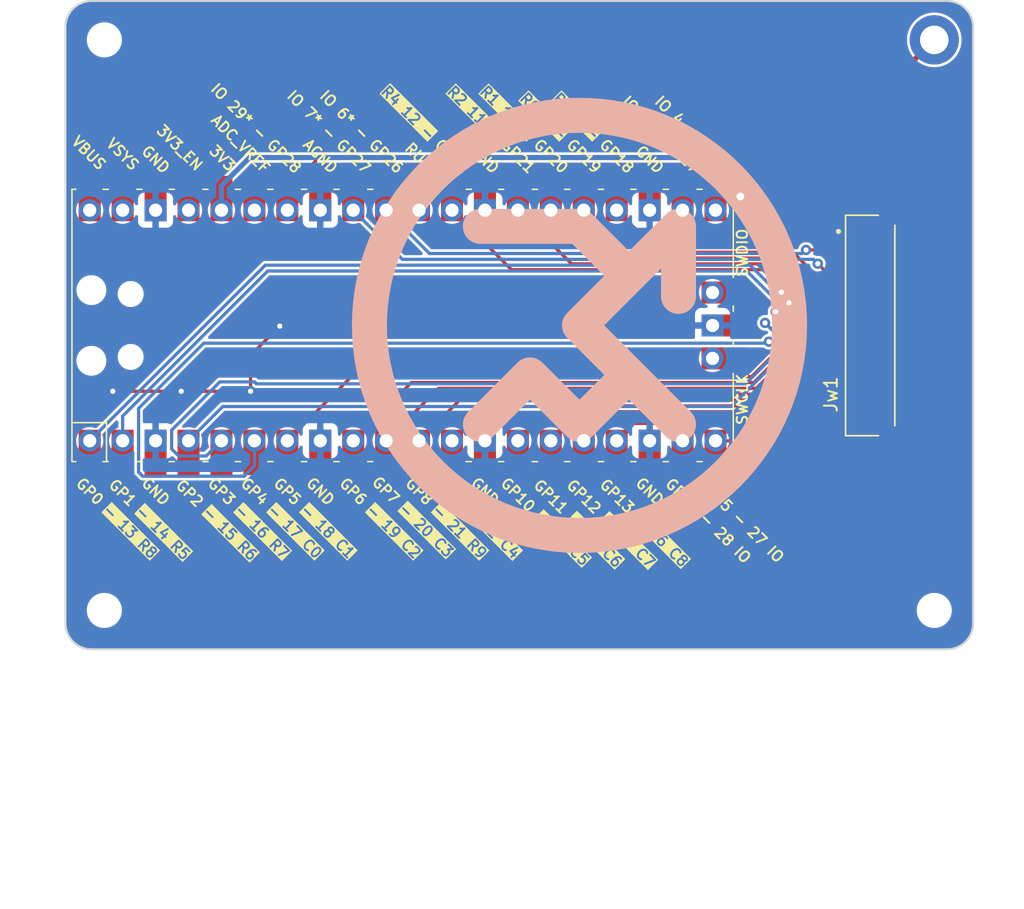
<source format=kicad_pcb>
(kicad_pcb (version 20221018) (generator pcbnew)
  (layers (0 "F.Cu" signal) (31 "B.Cu" signal) (34 "B.Paste" user) (35 "F.Paste" user) (36 "B.SilkS" user "B.Silkscreen") (37 "F.SilkS" user "F.Silkscreen") (38 "B.Mask" user) (39 "F.Mask" user) (44 "Edge.Cuts" user))
  (net 0 "")
  (net 1 "GND")
  (net 2 "/GPIO16")
  (net 3 "/GPIO17")
  (net 4 "/GPIO26_ADC0")
  (net 5 "/GPIO27_ADC1")
  (net 6 "/GPIO18")
  (net 7 "/GPIO19")
  (net 8 "/GPIO20")
  (net 9 "/GPIO21")
  (net 10 "/GPIO22")
  (net 11 "/GPIO0")
  (net 12 "/GPIO1")
  (net 13 "/GPIO2")
  (net 14 "/GPIO3")
  (net 15 "/GPIO4")
  (net 16 "/GPIO5")
  (net 17 "/GPIO6")
  (net 18 "/GPIO7")
  (net 19 "/GPIO8")
  (net 20 "/GPIO9")
  (net 21 "/GPIO10")
  (net 22 "/GPIO11")
  (net 23 "/GPIO12")
  (net 24 "/GPIO13")
  (net 25 "/GPIO15")
  (net 26 "/GPIO14")
  (net 27 "/GPIO28_ADC2")
  (net 29 "SHIELD")
  (net 30 "B_VEXT")
  (footprint "MountingHole:MountingHole_2.2mm_M2_DIN965" (layer "F.Cu") (at 18 61.75)
    (fp_text reference "H2" hide)
    (fp_text value "MountingHole")
  )
  (footprint "MountingHole:MountingHole_2.2mm_M2_DIN965" (layer "F.Cu") (at 18 17.75)
    (fp_text reference "H3" hide)
    (fp_text value "MountingHole")
  )
  (footprint "RPi_Pico:RPi_Pico_SMD_TH" (layer "F.Cu") (at 41 39.775 90)
    (fp_text reference "U5" hide)
    (fp_text value "Pico")
  )
  (footprint "MountingHole:MountingHole_2.2mm_M2_DIN965" (layer "F.Cu") (at 82 61.75)
    (fp_text reference "H4" hide)
    (fp_text value "MountingHole")
  )
  (footprint "FH34SRJ-30S-05:HRS_FH34SRJ-30S-0.5SH(50)" (layer "F.Cu") (at 75.9125 39.775 90)
    (fp_text reference "Jw1")
    (fp_text value "FH34SRJ-30S-0.5SH(50)")
  )
  (footprint "MountingHole:MountingHole_2.2mm_M2_DIN965_Pad_TopBottom" (layer "F.Cu") (at 82 17.75)
    (fp_text reference "H1" hide)
    (fp_text value "MountingHole_Pad")
  )
  (gr_poly (pts (xy 63.623413 32.029732) (xy 63.612114 31.929639) (xy 63.593557 31.831479) (xy 63.567967 31.735589) (xy 63.535567 31.642305) (xy 63.496583 31.551963) (xy 63.45124 31.4649) (xy 63.399761 31.381452) (xy 63.342373 31.301956) (xy 63.279298 31.226747) (xy 63.210763 31.156161) (xy 63.136991 31.090536) (xy 63.058208 31.030207) (xy 62.974637 30.975511) (xy 62.886504 30.926784) (xy 62.794033 30.884362) (xy 62.698598 30.848951) (xy 62.601779 30.821068) (xy 62.503972 30.800634) (xy 62.405572 30.787569) (xy 62.306975 30.781794) (xy 62.208577 30.78323) (xy 62.110775 30.791798) (xy 62.013964 30.807419) (xy 61.918539 30.830013) (xy 61.824897 30.859502) (xy 61.733434 30.895807) (xy 61.644546 30.938847) (xy 61.558628 30.988544) (xy 61.476077 31.04482) (xy 61.397288 31.107593) (xy 61.322658 31.176787) (xy 58.458967 34.04071) (xy 55.595275 31.176787) (xy 55.546733 31.130634) (xy 55.496192 31.087127) (xy 55.443762 31.046312) (xy 55.389555 31.008235) (xy 55.333679 30.972941) (xy 55.276248 30.940476) (xy 55.217369 30.910886) (xy 55.157156 30.884217) (xy 55.095717 30.860514) (xy 55.033163 30.839823) (xy 54.969606 30.822189) (xy 54.905155 30.80766) (xy 54.839922 30.796279) (xy 54.774016 30.788094) (xy 54.707549 30.783149) (xy 54.640631 30.78149) (xy 46.995154 30.78149) (xy 46.925726 30.783248) (xy 46.857203 30.788465) (xy 46.789672 30.797056) (xy 46.723216 30.808935) (xy 46.657921 30.824018) (xy 46.593872 30.84222) (xy 46.531155 30.863456) (xy 46.469854 30.88764) (xy 46.410055 30.914687) (xy 46.351842 30.944513) (xy 46.295302 30.977032) (xy 46.240519 31.012159) (xy 46.187578 31.04981) (xy 46.136564 31.089898) (xy 46.087563 31.13234) (xy 46.04066 31.17705) (xy 45.995939 31.223942) (xy 45.953487 31.272932) (xy 45.913388 31.323935) (xy 45.875727 31.376866) (xy 45.84059 31.431639) (xy 45.808061 31.48817) (xy 45.778226 31.546373) (xy 45.751171 31.606163) (xy 45.726979 31.667456) (xy 45.705737 31.730166) (xy 45.687529 31.794208) (xy 45.67244 31.859497) (xy 45.660556 31.925948) (xy 45.651963 31.993477) (xy 45.646744 32.061997) (xy 45.644986 32.131423) (xy 45.646744 32.200852) (xy 45.651963 32.269375) (xy 45.660556 32.336907) (xy 45.67244 32.403364) (xy 45.687529 32.468659) (xy 45.705737 32.532708) (xy 45.726979 32.595426) (xy 45.751171 32.656728) (xy 45.778226 32.716527) (xy 45.808061 32.77474) (xy 45.84059 32.831281) (xy 45.875727 32.886065) (xy 45.913388 32.939006) (xy 45.953487 32.99002) (xy 45.995939 33.039021) (xy 46.04066 33.085925) (xy 46.087563 33.130646) (xy 46.136564 33.173098) (xy 46.187578 33.213198) (xy 46.240519 33.250859) (xy 46.295302 33.285996) (xy 46.351842 33.318525) (xy 46.410055 33.34836) (xy 46.469854 33.375416) (xy 46.531155 33.399608) (xy 46.593872 33.42085) (xy 46.657921 33.439059) (xy 46.723216 33.454147) (xy 46.789672 33.466031) (xy 46.857203 33.474625) (xy 46.925726 33.479843) (xy 46.995154 33.481602) (xy 54.081275 33.481602) (xy 56.549678 35.949765) (xy 53.685991 38.813689) (xy 53.638109 38.864055) (xy 53.593317 38.916219) (xy 53.551614 38.970061) (xy 53.513 39.025463) (xy 53.477475 39.082303) (xy 53.445039 39.140462) (xy 53.415693 39.19982) (xy 53.389435 39.260258) (xy 53.366267 39.321654) (xy 53.346187 39.38389) (xy 53.329197 39.446845) (xy 53.315296 39.5104) (xy 53.304484 39.574434) (xy 53.296762 39.638828) (xy 53.292128 39.703462) (xy 53.290583 39.768216) (xy 53.292128 39.832969) (xy 53.296762 39.897603) (xy 53.304484 39.961997) (xy 53.315296 40.026031) (xy 53.329197 40.089586) (xy 53.346187 40.152541) (xy 53.366267 40.214776) (xy 53.389435 40.276172) (xy 53.415693 40.336609) (xy 53.445039 40.395967) (xy 53.477475 40.454126) (xy 53.513 40.510966) (xy 53.551614 40.566367) (xy 53.593317 40.620209) (xy 53.638109 40.672372) (xy 53.685991 40.722737) (xy 56.549678 43.586668) (xy 54.640631 45.495716) (xy 51.776704 42.632024) (xy 51.726339 42.584142) (xy 51.674175 42.539351) (xy 51.620333 42.497648) (xy 51.564932 42.459034) (xy 51.508092 42.423509) (xy 51.449933 42.391074) (xy 51.390574 42.361727) (xy 51.330137 42.33547) (xy 51.268741 42.312302) (xy 51.206505 42.292223) (xy 51.14355 42.275232) (xy 51.079995 42.261332) (xy 51.015961 42.25052) (xy 50.951567 42.242797) (xy 50.886933 42.238163) (xy 50.822179 42.236619) (xy 50.757425 42.238163) (xy 50.692791 42.242797) (xy 50.628397 42.25052) (xy 50.564363 42.261332) (xy 50.500808 42.275232) (xy 50.437853 42.292223) (xy 50.375618 42.312302) (xy 50.314221 42.33547) (xy 50.253784 42.361727) (xy 50.194426 42.391074) (xy 50.136268 42.423509) (xy 50.079428 42.459034) (xy 50.024027 42.497648) (xy 49.970185 42.539351) (xy 49.918021 42.584142) (xy 49.867656 42.632024) (xy 46.049322 46.450359) (xy 46.001462 46.500705) (xy 45.95669 46.552854) (xy 45.915005 46.606687) (xy 45.876408 46.662083) (xy 45.840899 46.718923) (xy 45.808478 46.777085) (xy 45.779144 46.836449) (xy 45.752899 46.896896) (xy 45.729741 46.958305) (xy 45.70967 47.020556) (xy 45.692688 47.083528) (xy 45.678793 47.147101) (xy 45.667986 47.211156) (xy 45.660266 47.275571) (xy 45.655635 47.340227) (xy 45.654091 47.405002) (xy 45.655635 47.469778) (xy 45.660266 47.534434) (xy 45.667986 47.598849) (xy 45.678793 47.662904) (xy 45.692688 47.726477) (xy 45.70967 47.789449) (xy 45.729741 47.8517) (xy 45.752899 47.913109) (xy 45.779144 47.973555) (xy 45.808478 48.03292) (xy 45.840899 48.091082) (xy 45.876408 48.147921) (xy 45.915005 48.203318) (xy 45.95669 48.257151) (xy 46.001462 48.3093) (xy 46.049322 48.359646) (xy 46.099646 48.407484) (xy 46.151777 48.452236) (xy 46.205594 48.493902) (xy 46.260977 48.532481) (xy 46.317805 48.567974) (xy 46.375957 48.60038) (xy 46.435314 48.6297) (xy 46.495754 48.655934) (xy 46.557158 48.679082) (xy 46.619405 48.699143) (xy 46.682375 48.716118) (xy 46.745947 48.730006) (xy 46.81 48.740808) (xy 46.874415 48.748524) (xy 46.93907 48.753154) (xy 47.003846 48.754697) (xy 47.068622 48.753154) (xy 47.133278 48.748524) (xy 47.197692 48.740808) (xy 47.261746 48.730006) (xy 47.325317 48.716118) (xy 47.388287 48.699143) (xy 47.450534 48.679082) (xy 47.511938 48.655934) (xy 47.572378 48.6297) (xy 47.631734 48.60038) (xy 47.689887 48.567974) (xy 47.746714 48.532481) (xy 47.802096 48.493902) (xy 47.855913 48.452236) (xy 47.908044 48.407484) (xy 47.958368 48.359646) (xy 50.8223 45.495716) (xy 53.685991 48.359646) (xy 53.736356 48.407527) (xy 53.788522 48.452319) (xy 53.842367 48.494022) (xy 53.897772 48.532636) (xy 53.954618 48.56816) (xy 54.012783 48.600596) (xy 54.072148 48.629942) (xy 54.132593 48.6562) (xy 54.193998 48.679368) (xy 54.256243 48.699447) (xy 54.319208 48.716437) (xy 54.382772 48.730338) (xy 54.446817 48.74115) (xy 54.511222 48.748873) (xy 54.575867 48.753506) (xy 54.640632 48.755051) (xy 54.705397 48.753506) (xy 54.770041 48.748873) (xy 54.834446 48.74115) (xy 54.898491 48.730338) (xy 54.962056 48.716437) (xy 55.025021 48.699447) (xy 55.087266 48.679368) (xy 55.148671 48.6562) (xy 55.209117 48.629942) (xy 55.268482 48.600596) (xy 55.326647 48.56816) (xy 55.383493 48.532636) (xy 55.438898 48.494022) (xy 55.492744 48.452319) (xy 55.54491 48.407527) (xy 55.595275 48.359646) (xy 58.458967 45.495716) (xy 61.322658 48.359646) (xy 61.373003 48.407484) (xy 61.425152 48.452236) (xy 61.478985 48.493902) (xy 61.534381 48.532481) (xy 61.591221 48.567974) (xy 61.649383 48.60038) (xy 61.708747 48.6297) (xy 61.769194 48.655934) (xy 61.830603 48.679082) (xy 61.892854 48.699143) (xy 61.955826 48.716118) (xy 62.0194 48.730006) (xy 62.083454 48.740808) (xy 62.147869 48.748524) (xy 62.212525 48.753154) (xy 62.277301 48.754697) (xy 62.342078 48.753154) (xy 62.406733 48.748524) (xy 62.471149 48.740808) (xy 62.535203 48.730006) (xy 62.598777 48.716118) (xy 62.661749 48.699143) (xy 62.724 48.679082) (xy 62.785409 48.655934) (xy 62.845856 48.6297) (xy 62.90522 48.60038) (xy 62.963382 48.567974) (xy 63.020222 48.532481) (xy 63.075618 48.493902) (xy 63.12945 48.452236) (xy 63.1816 48.407484) (xy 63.231945 48.359646) (xy 63.279783 48.3093) (xy 63.324534 48.257151) (xy 63.3662 48.203318) (xy 63.404778 48.147921) (xy 63.440271 48.091082) (xy 63.472677 48.03292) (xy 63.501997 47.973555) (xy 63.528231 47.913109) (xy 63.551378 47.8517) (xy 63.571439 47.789449) (xy 63.588414 47.726477) (xy 63.602302 47.662904) (xy 63.613104 47.598849) (xy 63.62082 47.534434) (xy 63.625449 47.469778) (xy 63.626993 47.405002) (xy 63.625449 47.340227) (xy 63.62082 47.275571) (xy 63.613104 47.211156) (xy 63.602302 47.147101) (xy 63.588414 47.083528) (xy 63.571439 47.020556) (xy 63.551378 46.958305) (xy 63.528231 46.896896) (xy 63.501997 46.836449) (xy 63.472677 46.777085) (xy 63.440271 46.718923) (xy 63.404778 46.662083) (xy 63.3662 46.606687) (xy 63.324534 46.552854) (xy 63.279783 46.500705) (xy 63.231945 46.450359) (xy 56.549678 39.768332) (xy 60.92737 35.390643) (xy 60.92737 37.531384) (xy 60.929127 37.600812) (xy 60.934344 37.669335) (xy 60.942935 37.736868) (xy 60.954814 37.803324) (xy 60.969897 37.868619) (xy 60.988099 37.932668) (xy 61.009334 37.995386) (xy 61.033518 38.056687) (xy 61.060565 38.116486) (xy 61.090391 38.174699) (xy 61.12291 38.23124) (xy 61.158037 38.286023) (xy 61.195687 38.338964) (xy 61.235775 38.389978) (xy 61.278217 38.438979) (xy 61.322926 38.485882) (xy 61.369818 38.530602) (xy 61.418808 38.573055) (xy 61.469811 38.613154) (xy 61.522742 38.650815) (xy 61.577515 38.685952) (xy 61.634045 38.71848) (xy 61.692248 38.748315) (xy 61.752039 38.775371) (xy 61.813332 38.799562) (xy 61.876042 38.820805) (xy 61.940084 38.839013) (xy 62.005374 38.854101) (xy 62.071825 38.865985) (xy 62.139354 38.874578) (xy 62.207874 38.879797) (xy 62.277302 38.881555) (xy 62.346729 38.879797) (xy 62.41525 38.874578) (xy 62.482778 38.865985) (xy 62.549229 38.854101) (xy 62.614519 38.839013) (xy 62.678561 38.820805) (xy 62.741271 38.799562) (xy 62.802564 38.775371) (xy 62.862354 38.748315) (xy 62.920557 38.71848) (xy 62.977088 38.685952) (xy 63.03186 38.650815) (xy 63.084791 38.613154) (xy 63.135793 38.573055) (xy 63.184783 38.530602) (xy 63.231675 38.485882) (xy 63.276384 38.438979) (xy 63.318826 38.389978) (xy 63.358914 38.338964) (xy 63.396564 38.286023) (xy 63.431691 38.23124) (xy 63.46421 38.174699) (xy 63.494035 38.116486) (xy 63.521082 38.056687) (xy 63.545266 37.995386) (xy 63.566501 37.932668) (xy 63.584702 37.868619) (xy 63.599785 37.803324) (xy 63.611665 37.736868) (xy 63.620255 37.669335) (xy 63.625472 37.600812) (xy 63.62723 37.531384) (xy 63.62723 32.131423)) (fill solid) (layer "B.SilkS"))
  (gr_poly (pts (xy 72.167827 38.865774) (xy 72.1 37.975) (xy 71.988307 37.097116) (xy 71.833855 36.233229) (xy 71.637749 35.384444) (xy 71.401097 34.551869) (xy 71.125004 33.736608) (xy 70.810577 32.93977) (xy 70.458922 32.162458) (xy 70.071146 31.405781) (xy 69.648355 30.670844) (xy 69.191655 29.958753) (xy 68.702153 29.270615) (xy 68.180955 28.607536) (xy 67.629168 27.970622) (xy 67.047897 27.360979) (xy 66.438249 26.779714) (xy 65.801331 26.227932) (xy 65.138249 25.706741) (xy 64.450109 25.217245) (xy 63.738017 24.760553) (xy 63.00308 24.337768) (xy 62.246405 23.949999) (xy 61.469097 23.598351) (xy 60.672263 23.283931) (xy 59.857009 23.007844) (xy 59.024442 22.771197) (xy 58.175669 22.575096) (xy 57.311794 22.420647) (xy 56.433925 22.308957) (xy 55.543169 22.241132) (xy 54.640631 22.218277) (xy 53.738072 22.241132) (xy 52.847298 22.308957) (xy 51.969414 22.420647) (xy 51.105526 22.575096) (xy 50.256742 22.771197) (xy 49.424166 23.007844) (xy 48.608906 23.283931) (xy 47.812067 23.598351) (xy 47.034756 23.949999) (xy 46.278079 24.337768) (xy 45.543142 24.760553) (xy 44.831051 25.217245) (xy 44.142913 25.706741) (xy 43.479834 26.227932) (xy 42.84292 26.779714) (xy 42.233277 27.360979) (xy 41.652012 27.970622) (xy 41.100231 28.607536) (xy 40.57904 29.270615) (xy 40.089545 29.958753) (xy 39.632852 30.670844) (xy 39.210069 31.405781) (xy 38.8223 32.162458) (xy 38.470652 32.93977) (xy 38.156231 33.736608) (xy 37.880145 34.551869) (xy 37.643498 35.384444) (xy 37.447397 36.233229) (xy 37.292948 37.097116) (xy 37.181258 37.975) (xy 37.113433 38.865774) (xy 37.090579 39.768332) (xy 37.113433 40.67087) (xy 37.181258 41.561624) (xy 37.292948 42.439489) (xy 37.447397 43.303359) (xy 37.643498 44.152127) (xy 37.880145 44.984688) (xy 38.156231 45.799934) (xy 38.470652 46.59676) (xy 38.8223 47.374059) (xy 39.210069 48.130725) (xy 39.632852 48.865652) (xy 40.089545 49.577734) (xy 40.57904 50.265863) (xy 41.100231 50.928935) (xy 41.652012 51.565842) (xy 42.233277 52.175479) (xy 42.84292 52.756739) (xy 43.479834 53.308515) (xy 44.142913 53.829703) (xy 44.831051 54.319194) (xy 45.543142 54.775884) (xy 46.278079 55.198665) (xy 47.034756 55.586432) (xy 47.812067 55.938078) (xy 48.608906 56.252497) (xy 49.424166 56.528583) (xy 50.256742 56.765229) (xy 51.105526 56.96133) (xy 51.969414 57.115778) (xy 52.847298 57.227468) (xy 53.738072 57.295293) (xy 54.640631 57.318147) (xy 54.640631 54.618283) (xy 53.876927 54.598944) (xy 53.123196 54.541553) (xy 52.380372 54.447044) (xy 51.649393 54.316354) (xy 50.931192 54.15042) (xy 50.226708 53.950177) (xy 49.536875 53.716562) (xy 48.86263 53.45051) (xy 48.204909 53.152959) (xy 47.564648 52.824843) (xy 46.942782 52.467099) (xy 46.340248 52.080664) (xy 45.757982 51.666473) (xy 45.19692 51.225462) (xy 44.657997 50.758569) (xy 44.14215 50.266727) (xy 43.650315 49.750875) (xy 43.183428 49.211948) (xy 42.742424 48.650882) (xy 42.328241 48.068613) (xy 41.941813 47.466078) (xy 41.584077 46.844212) (xy 41.255968 46.203953) (xy 40.958424 45.546234) (xy 40.692379 44.871994) (xy 40.45877 44.182168) (xy 40.258533 43.477693) (xy 40.092604 42.759503) (xy 39.961919 42.028536) (xy 39.867413 41.285728) (xy 39.810023 40.532015) (xy 39.790685 39.768332) (xy 39.810023 39.004629) (xy 39.867413 38.250896) (xy 39.961919 37.508069) (xy 40.092604 36.777085) (xy 40.258533 36.058879) (xy 40.45877 35.354388) (xy 40.692379 34.664548) (xy 40.958424 33.990295) (xy 41.255968 33.332565) (xy 41.584077 32.692294) (xy 41.941813 32.070418) (xy 42.328241 31.467874) (xy 42.742424 30.885597) (xy 43.183428 30.324523) (xy 43.650315 29.785589) (xy 44.14215 29.269731) (xy 44.657997 28.777884) (xy 45.19692 28.310986) (xy 45.757982 27.869971) (xy 46.340248 27.455776) (xy 46.942782 27.069338) (xy 47.564648 26.711592) (xy 48.204909 26.383474) (xy 48.86263 26.08592) (xy 49.536875 25.819868) (xy 50.226708 25.586251) (xy 50.931192 25.386008) (xy 51.649393 25.220073) (xy 52.380372 25.089383) (xy 53.123196 24.994874) (xy 53.876927 24.937482) (xy 54.640631 24.918144) (xy 55.404313 24.937482) (xy 56.158026 24.994874) (xy 56.900835 25.089383) (xy 57.631801 25.220073) (xy 58.349991 25.386008) (xy 59.054467 25.586251) (xy 59.744293 25.819868) (xy 60.418533 26.08592) (xy 61.076251 26.383474) (xy 61.716511 26.711592) (xy 62.338376 27.069338) (xy 62.940912 27.455776) (xy 63.52318 27.869971) (xy 64.084247 28.310986) (xy 64.623174 28.777884) (xy 65.139026 29.269731) (xy 65.630867 29.785589) (xy 66.097761 30.324523) (xy 66.538772 30.885597) (xy 66.952963 31.467874) (xy 67.339398 32.070418) (xy 67.697142 32.692294) (xy 68.025258 33.332565) (xy 68.322809 33.990295) (xy 68.588861 34.664548) (xy 68.822476 35.354388) (xy 69.022719 36.058879) (xy 69.188653 36.777085) (xy 69.319343 37.508069) (xy 69.413851 38.250896) (xy 69.471243 39.004629) (xy 69.490582 39.768332) (xy 69.471243 40.532015) (xy 69.413851 41.285728) (xy 69.319343 42.028536) (xy 69.188653 42.759503) (xy 69.022719 43.477693) (xy 68.822476 44.182168) (xy 68.588861 44.871994) (xy 68.322809 45.546234) (xy 68.025258 46.203953) (xy 67.697142 46.844212) (xy 67.339398 47.466078) (xy 66.952963 48.068613) (xy 66.538772 48.650882) (xy 66.097761 49.211948) (xy 65.630867 49.750875) (xy 65.139026 50.266727) (xy 64.623174 50.758569) (xy 64.084247 51.225462) (xy 63.52318 51.666473) (xy 62.940912 52.080664) (xy 62.338376 52.467099) (xy 61.716511 52.824843) (xy 61.076251 53.152959) (xy 60.418533 53.45051) (xy 59.744293 53.716562) (xy 59.054467 53.950177) (xy 58.349991 54.15042) (xy 57.631801 54.316354) (xy 56.900835 54.447044) (xy 56.158026 54.541553) (xy 55.404313 54.598944) (xy 54.640631 54.618283) (xy 54.640631 57.318147) (xy 55.543169 57.295293) (xy 56.433925 57.227468) (xy 57.311794 57.115778) (xy 58.175669 56.96133) (xy 59.024442 56.765229) (xy 59.857009 56.528583) (xy 60.672263 56.252497) (xy 61.469097 55.938078) (xy 62.246405 55.586432) (xy 63.00308 55.198665) (xy 63.738017 54.775884) (xy 64.450109 54.319194) (xy 65.138249 53.829703) (xy 65.801331 53.308515) (xy 66.438249 52.756739) (xy 67.047897 52.175479) (xy 67.629168 51.565842) (xy 68.180955 50.928935) (xy 68.702153 50.265863) (xy 69.191655 49.577734) (xy 69.648355 48.865652) (xy 70.071146 48.130725) (xy 70.458922 47.374059) (xy 70.810577 46.59676) (xy 71.125004 45.799934) (xy 71.401097 44.984688) (xy 71.637749 44.152127) (xy 71.833855 43.303359) (xy 71.988307 42.439489) (xy 72.1 41.561624) (xy 72.167827 40.67087) (xy 72.190682 39.768332)) (fill solid) (layer "B.SilkS"))
  (gr_arc locked (start 83 14.75) (mid 84.414214 15.335786) (end 85 16.75) (stroke (width 0.15)) (layer "Edge.Cuts"))
  (gr_arc locked (start 15 16.75) (mid 15.585786 15.335786) (end 17 14.75) (stroke (width 0.15)) (layer "Edge.Cuts"))
  (gr_line locked (start 85 16.75) (end 85 62.75) (stroke (width 0.15)) (layer "Edge.Cuts"))
  (gr_arc locked (start 17 64.75) (mid 15.585786 64.164214) (end 15 62.75) (stroke (width 0.15)) (layer "Edge.Cuts"))
  (gr_line locked (start 17 64.75) (end 83 64.75) (stroke (width 0.15)) (layer "Edge.Cuts"))
  (gr_arc locked (start 85 62.75) (mid 84.414214 64.164214) (end 83 64.75) (stroke (width 0.15)) (layer "Edge.Cuts"))
  (gr_line locked (start 15 16.75) (end 15 62.75) (stroke (width 0.15)) (layer "Edge.Cuts"))
  (gr_line locked (start 17 14.75) (end 83 14.75) (stroke (width 0.15)) (layer "Edge.Cuts"))
  (gr_text "R1 10 -" (at 51 25.325 -45) (layer "F.SilkS" knockout) (effects (font (size 0.8 0.8)) (justify right)))
  (gr_text "- 20 C3" (at 40.88 53.625 -45) (layer "F.SilkS" knockout) (effects (font (size 0.8 0.8)) (justify left)))
  (gr_text "- 16 R7" (at 28.21 53.725 -45) (layer "F.SilkS" knockout) (effects (font (size 0.8 0.8)) (justify left)))
  (gr_text "- 28 IO" (at 64.06 54.321 -45) (layer "F.SilkS") (effects (font (size 0.8 0.8)) (justify left)))
  (gr_text "- 25 C7" (at 56.44 54.421 -45) (layer "F.SilkS" knockout) (effects (font (size 0.8 0.8)) (justify left)))
  (gr_text "R4 12 -" (at 43.38 25.325 -45) (layer "F.SilkS" knockout) (effects (font (size 0.8 0.8)) (justify right)))
  (gr_text "- 24 C6" (at 53.9 54.421 -45) (layer "F.SilkS" knockout) (effects (font (size 0.8 0.8)) (justify left)))
  (gr_text "IO 29* -" (at 30.426 25.325 -45) (layer "F.SilkS") (effects (font (size 0.8 0.8)) (justify right)))
  (gr_text "IO 5 -" (at 61.16 25.325 -45) (layer "F.SilkS") (effects (font (size 0.8 0.8)) (justify right)))
  (gr_text "IO 6* -" (at 38.3 25.325 -45) (layer "F.SilkS") (effects (font (size 0.8 0.8)) (justify right)))
  (gr_text "IO 4 -" (at 63.7 25.325 -45) (layer "F.SilkS") (effects (font (size 0.8 0.8)) (justify right)))
  (gr_text "- 19 C2" (at 38.37 53.725 -45) (layer "F.SilkS" knockout) (effects (font (size 0.8 0.8)) (justify left)))
  (gr_text "R0 9 -" (at 53.54 25.325 -45) (layer "F.SilkS" knockout) (effects (font (size 0.8 0.8)) (justify right)))
  (gr_text "- 26 C8" (at 59 54.375 -45) (layer "F.SilkS" knockout) (effects (font (size 0.8 0.8)) (justify left)))
  (gr_text "IO 7* -" (at 35.77 25.325 -45) (layer "F.SilkS") (effects (font (size 0.8 0.8)) (justify right)))
  (gr_text "- 23 C5" (at 51.36 54.275 -45) (layer "F.SilkS" knockout) (effects (font (size 0.8 0.8)) (justify left)))
  (gr_text "- 13 R8" (at 18.05 53.725 -45) (layer "F.SilkS" knockout) (effects (font (size 0.8 0.8)) (justify left)))
  (gr_text "- 21 R9" (at 43.45 53.725 -45) (layer "F.SilkS" knockout) (effects (font (size 0.8 0.8)) (justify left)))
  (gr_text "- 17 C0" (at 30.75 53.725 -45) (layer "F.SilkS" knockout) (effects (font (size 0.8 0.8)) (justify left)))
  (gr_text "- 15 R6" (at 25.75 53.875 -45) (layer "F.SilkS" knockout) (effects (font (size 0.8 0.8)) (justify left)))
  (gr_text "R2 11 -" (at 48.47 25.325 -45) (layer "F.SilkS" knockout) (effects (font (size 0.8 0.8)) (justify right)))
  (gr_text "- 14 R5" (at 20.58 53.825 -45) (layer "F.SilkS" knockout) (effects (font (size 0.8 0.8)) (justify left)))
  (gr_text "- 27 IO" (at 66.6 54.275 -45) (layer "F.SilkS") (effects (font (size 0.8 0.8)) (justify left)))
  (gr_text "R3 8 -" (at 56.08 25.325 -45) (layer "F.SilkS" knockout) (effects (font (size 0.8 0.8)) (justify right)))
  (gr_text "- 18 C1" (at 33.29 53.725 -45) (layer "F.SilkS" knockout) (effects (font (size 0.8 0.8)) (justify left)))
  (gr_text "- 22 C4" (at 45.99 53.725 -45) (layer "F.SilkS" knockout) (effects (font (size 0.8 0.8)) (justify left)))
  (segment (start 68.35 29.075) (end 68.35 31.275) (width 0.4) (layer "F.Cu") (net 1))
  (segment (start 68.725 31.65) (end 74.075 31.65) (width 0.4) (layer "F.Cu") (net 1))
  (segment (start 68.35 31.275) (end 68.725 31.65) (width 0.4) (layer "F.Cu") (net 1))
  (segment (start 60.05 50.575) (end 61.925 52.45) (width 0.4) (layer "F.Cu") (net 1))
  (segment (start 61.925 52.45) (end 66.281422 52.45) (width 0.4) (layer "F.Cu") (net 1))
  (segment (start 34.65 30.885) (end 34.65 29.125) (width 0.4) (layer "F.Cu") (net 1))
  (segment (start 23.925 44.85) (end 29.275 44.85) (width 0.25) (layer "F.Cu") (net 1))
  (segment (start 66.281422 52.45) (end 71.656422 47.075) (width 0.4) (layer "F.Cu") (net 1))
  (segment (start 71.656422 47.075) (end 75 47.075) (width 0.4) (layer "F.Cu") (net 1))
  (segment (start 75.9125 47.025) (end 75.05 47.025) (width 0.25) (layer "F.Cu") (net 1))
  (segment (start 75.05 47.025) (end 75 47.075) (width 0.25) (layer "F.Cu") (net 1))
  (segment (start 31.525 39.825) (end 29.275 42.075) (width 0.25) (layer "F.Cu") (net 1))
  (segment (start 60.05 48.665) (end 60.05 50.575) (width 0.4) (layer "F.Cu") (net 1))
  (segment (start 74.075 31.65) (end 74.95 32.525) (width 0.4) (layer "F.Cu") (net 1))
  (segment (start 75.9125 32.525) (end 74.95 32.525) (width 0.25) (layer "F.Cu") (net 1))
  (segment (start 23.925 44.85) (end 18.65 44.85) (width 0.25) (layer "F.Cu") (net 1))
  (segment (start 66.7 27.425) (end 68.35 29.075) (width 0.4) (layer "F.Cu") (net 1))
  (segment (start 29.275 42.075) (end 29.275 44.85) (width 0.25) (layer "F.Cu") (net 1))
  (segment (start 34.65 29.125) (end 36.35 27.425) (width 0.4) (layer "F.Cu") (net 1))
  (segment (start 36.35 27.425) (end 66.7 27.425) (width 0.4) (layer "F.Cu") (net 1))
  (via (at 23.925 44.85) (size 0.8) (drill 0.4) (layers "F.Cu" "B.Cu") (net 1))
  (via (at 18.65 44.85) (size 0.8) (drill 0.4) (layers "F.Cu" "B.Cu") (net 1))
  (via (at 29.275 44.85) (size 0.8) (drill 0.4) (layers "F.Cu" "B.Cu") (net 1))
  (via (at 31.525 39.825) (size 0.8) (drill 0.4) (layers "F.Cu" "B.Cu") (net 1))
  (segment (start 73.3 32.775) (end 74.55 34.025) (width 0.25) (layer "F.Cu") (net 2))
  (segment (start 65.13 30.885) (end 67.02 32.775) (width 0.25) (layer "F.Cu") (net 2))
  (segment (start 74.55 34.025) (end 75.9125 34.025) (width 0.25) (layer "F.Cu") (net 2))
  (segment (start 67.02 32.775) (end 73.3 32.775) (width 0.25) (layer "F.Cu") (net 2))
  (segment (start 74.413604 34.525) (end 75.9125 34.525) (width 0.25) (layer "F.Cu") (net 3))
  (segment (start 64.93 33.225) (end 73.113604 33.225) (width 0.25) (layer "F.Cu") (net 3))
  (segment (start 62.59 30.885) (end 64.93 33.225) (width 0.25) (layer "F.Cu") (net 3))
  (segment (start 73.113604 33.225) (end 74.413604 34.525) (width 0.25) (layer "F.Cu") (net 3))
  (segment (start 72.985396 33.9505) (end 74.059896 35.025) (width 0.25) (layer "F.Cu") (net 4))
  (segment (start 74.059896 35.025) (end 75.9125 35.025) (width 0.25) (layer "F.Cu") (net 4))
  (segment (start 72.110092 33.9505) (end 72.985396 33.9505) (width 0.25) (layer "F.Cu") (net 4))
  (via (at 72.110092 33.9505) (size 0.8) (drill 0.4) (layers "F.Cu" "B.Cu") (net 4))
  (segment (start 71.835592 34.225) (end 43.07 34.225) (width 0.25) (layer "B.Cu") (net 4))
  (segment (start 72.110092 33.9505) (end 71.835592 34.225) (width 0.25) (layer "B.Cu") (net 4))
  (segment (start 43.07 34.225) (end 39.73 30.885) (width 0.25) (layer "B.Cu") (net 4))
  (segment (start 73.534592 35.525) (end 75.9125 35.525) (width 0.25) (layer "F.Cu") (net 5))
  (segment (start 73.017296 35.007704) (end 73.534592 35.525) (width 0.25) (layer "F.Cu") (net 5))
  (via (at 73.017296 35.007704) (size 0.8) (drill 0.4) (layers "F.Cu" "B.Cu") (net 5))
  (segment (start 72.684592 34.675) (end 40.98 34.675) (width 0.25) (layer "B.Cu") (net 5))
  (segment (start 73.017296 35.007704) (end 72.684592 34.675) (width 0.25) (layer "B.Cu") (net 5))
  (segment (start 40.98 34.675) (end 37.19 30.885) (width 0.25) (layer "B.Cu") (net 5))
  (segment (start 60.3 33.675) (end 70.645584 33.675) (width 0.25) (layer "F.Cu") (net 6))
  (segment (start 57.51 30.885) (end 60.3 33.675) (width 0.25) (layer "F.Cu") (net 6))
  (segment (start 72.995584 36.025) (end 75.9125 36.025) (width 0.25) (layer "F.Cu") (net 6))
  (segment (start 70.645584 33.675) (end 72.995584 36.025) (width 0.25) (layer "F.Cu") (net 6))
  (segment (start 58.21 34.125) (end 70.459188 34.125) (width 0.25) (layer "F.Cu") (net 7))
  (segment (start 70.459188 34.125) (end 72.859188 36.525) (width 0.25) (layer "F.Cu") (net 7))
  (segment (start 54.97 30.885) (end 58.21 34.125) (width 0.25) (layer "F.Cu") (net 7))
  (segment (start 72.859188 36.525) (end 75.9125 36.525) (width 0.25) (layer "F.Cu") (net 7))
  (segment (start 52.43 30.885) (end 56.12 34.575) (width 0.25) (layer "F.Cu") (net 8))
  (segment (start 70.272792 34.575) (end 72.722792 37.025) (width 0.25) (layer "F.Cu") (net 8))
  (segment (start 56.12 34.575) (end 70.272792 34.575) (width 0.25) (layer "F.Cu") (net 8))
  (segment (start 72.722792 37.025) (end 75.9125 37.025) (width 0.25) (layer "F.Cu") (net 8))
  (segment (start 70.086396 35.025) (end 72.586396 37.525) (width 0.25) (layer "F.Cu") (net 9))
  (segment (start 54.03 35.025) (end 70.086396 35.025) (width 0.25) (layer "F.Cu") (net 9))
  (segment (start 72.586396 37.525) (end 75.9125 37.525) (width 0.25) (layer "F.Cu") (net 9))
  (segment (start 49.89 30.885) (end 54.03 35.025) (width 0.25) (layer "F.Cu") (net 9))
  (segment (start 44.81 30.885) (end 49.4 35.475) (width 0.25) (layer "F.Cu") (net 10))
  (segment (start 49.4 35.475) (end 69.9 35.475) (width 0.25) (layer "F.Cu") (net 10))
  (segment (start 69.9 35.475) (end 72.45 38.025) (width 0.25) (layer "F.Cu") (net 10))
  (segment (start 72.45 38.025) (end 75.9125 38.025) (width 0.25) (layer "F.Cu") (net 10))
  (segment (start 70.998942 37.210338) (end 72.313604 38.525) (width 0.25) (layer "F.Cu") (net 11))
  (segment (start 70.209937 37.210338) (end 70.998942 37.210338) (width 0.25) (layer "F.Cu") (net 11))
  (segment (start 72.313604 38.525) (end 75.9125 38.525) (width 0.25) (layer "F.Cu") (net 11))
  (via (at 70.209937 37.210338) (size 0.8) (drill 0.4) (layers "F.Cu" "B.Cu") (net 11))
  (segment (start 70.209937 37.210338) (end 69.885338 37.210338) (width 0.25) (layer "B.Cu") (net 11))
  (segment (start 69.885338 37.210338) (end 67.8 35.125) (width 0.25) (layer "B.Cu") (net 11))
  (segment (start 30.41 35.125) (end 16.87 48.665) (width 0.25) (layer "B.Cu") (net 11))
  (segment (start 67.8 35.125) (end 30.41 35.125) (width 0.25) (layer "B.Cu") (net 11))
  (segment (start 71.789006 39.025) (end 75.9125 39.025) (width 0.25) (layer "F.Cu") (net 12))
  (segment (start 70.794503 38.030497) (end 71.789006 39.025) (width 0.25) (layer "F.Cu") (net 12))
  (via (at 70.794503 38.030497) (size 0.8) (drill 0.4) (layers "F.Cu" "B.Cu") (net 12))
  (segment (start 70.794503 38.030497) (end 70.005497 38.030497) (width 0.25) (layer "B.Cu") (net 12))
  (segment (start 30.596396 35.575) (end 19.41 46.761396) (width 0.25) (layer "B.Cu") (net 12))
  (segment (start 19.41 46.761396) (end 19.41 48.665) (width 0.25) (layer "B.Cu") (net 12))
  (segment (start 70.005497 38.030497) (end 67.55 35.575) (width 0.25) (layer "B.Cu") (net 12))
  (segment (start 67.55 35.575) (end 30.596396 35.575) (width 0.25) (layer "B.Cu") (net 12))
  (segment (start 69.766266 38.714361) (end 70.576905 39.525) (width 0.25) (layer "F.Cu") (net 13))
  (segment (start 70.576905 39.525) (end 75.9125 39.525) (width 0.25) (layer "F.Cu") (net 13))
  (via (at 69.766266 38.714361) (size 0.8) (drill 0.4) (layers "F.Cu" "B.Cu") (net 13))
  (segment (start 70.55 39.498095) (end 70.55 41.811396) (width 0.25) (layer "B.Cu") (net 13))
  (segment (start 27.13 46.025) (end 24.49 48.665) (width 0.25) (layer "B.Cu") (net 13))
  (segment (start 66.336396 46.025) (end 27.13 46.025) (width 0.25) (layer "B.Cu") (net 13))
  (segment (start 69.766266 38.714361) (end 70.55 39.498095) (width 0.25) (layer "B.Cu") (net 13))
  (segment (start 70.55 41.811396) (end 66.336396 46.025) (width 0.25) (layer "B.Cu") (net 13))
  (segment (start 69.4 40.025) (end 75.9125 40.025) (width 0.25) (layer "F.Cu") (net 14))
  (segment (start 68.95 39.575) (end 69.4 40.025) (width 0.25) (layer "F.Cu") (net 14))
  (via (at 68.95 39.575) (size 0.8) (drill 0.4) (layers "F.Cu" "B.Cu") (net 14))
  (segment (start 29.575305 44.125) (end 26.91 44.125) (width 0.25) (layer "B.Cu") (net 14))
  (segment (start 67.45 44.275) (end 29.725305 44.275) (width 0.25) (layer "B.Cu") (net 14))
  (segment (start 29.725305 44.275) (end 29.575305 44.125) (width 0.25) (layer "B.Cu") (net 14))
  (segment (start 23.19 49.295) (end 23.735 49.84) (width 0.25) (layer "B.Cu") (net 14))
  (segment (start 68.95 39.575) (end 70.05 40.675) (width 0.25) (layer "B.Cu") (net 14))
  (segment (start 70.05 40.675) (end 70.05 41.675) (width 0.25) (layer "B.Cu") (net 14))
  (segment (start 70.05 41.675) (end 67.45 44.275) (width 0.25) (layer "B.Cu") (net 14))
  (segment (start 23.19 47.845) (end 23.19 49.295) (width 0.25) (layer "B.Cu") (net 14))
  (segment (start 25.855 49.84) (end 27.03 48.665) (width 0.25) (layer "B.Cu") (net 14))
  (segment (start 26.91 44.125) (end 23.19 47.845) (width 0.25) (layer "B.Cu") (net 14))
  (segment (start 23.735 49.84) (end 25.855 49.84) (width 0.25) (layer "B.Cu") (net 14))
  (segment (start 69.262297 41.025) (end 69.762297 40.525) (width 0.25) (layer "F.Cu") (net 15))
  (segment (start 69.762297 40.525) (end 75.9125 40.525) (width 0.25) (layer "F.Cu") (net 15))
  (segment (start 69.25 41.025) (end 69.262297 41.025) (width 0.25) (layer "F.Cu") (net 15))
  (via (at 69.25 41.025) (size 0.8) (drill 0.4) (layers "F.Cu" "B.Cu") (net 15))
  (segment (start 69.135 41.14) (end 25.667792 41.14) (width 0.25) (layer "B.Cu") (net 15))
  (segment (start 20.95 51.4) (end 28.775 51.4) (width 0.25) (layer "B.Cu") (net 15))
  (segment (start 20.64 46.167792) (end 20.64 51.09) (width 0.25) (layer "B.Cu") (net 15))
  (segment (start 25.667792 41.14) (end 20.64 46.167792) (width 0.25) (layer "B.Cu") (net 15))
  (segment (start 28.775 51.4) (end 29.57 50.605) (width 0.25) (layer "B.Cu") (net 15))
  (segment (start 69.25 41.025) (end 69.135 41.14) (width 0.25) (layer "B.Cu") (net 15))
  (segment (start 20.64 51.09) (end 20.95 51.4) (width 0.25) (layer "B.Cu") (net 15))
  (segment (start 29.57 50.605) (end 29.57 48.665) (width 0.25) (layer "B.Cu") (net 15))
  (segment (start 67.9 43.725) (end 70.6 41.025) (width 0.25) (layer "F.Cu") (net 16))
  (segment (start 70.6 41.025) (end 75.9125 41.025) (width 0.25) (layer "F.Cu") (net 16))
  (segment (start 32.11 48.665) (end 37.05 43.725) (width 0.25) (layer "F.Cu") (net 16))
  (segment (start 37.05 43.725) (end 67.9 43.725) (width 0.25) (layer "F.Cu") (net 16))
  (segment (start 41.68 44.175) (end 68.086396 44.175) (width 0.25) (layer "F.Cu") (net 17))
  (segment (start 37.19 48.665) (end 41.68 44.175) (width 0.25) (layer "F.Cu") (net 17))
  (segment (start 70.736396 41.525) (end 75.9125 41.525) (width 0.25) (layer "F.Cu") (net 17))
  (segment (start 68.086396 44.175) (end 70.736396 41.525) (width 0.25) (layer "F.Cu") (net 17))
  (segment (start 43.77 44.625) (end 68.272792 44.625) (width 0.25) (layer "F.Cu") (net 18))
  (segment (start 39.73 48.665) (end 43.77 44.625) (width 0.25) (layer "F.Cu") (net 18))
  (segment (start 70.872792 42.025) (end 75.9125 42.025) (width 0.25) (layer "F.Cu") (net 18))
  (segment (start 68.272792 44.625) (end 70.872792 42.025) (width 0.25) (layer "F.Cu") (net 18))
  (segment (start 42.27 48.665) (end 45.86 45.075) (width 0.25) (layer "F.Cu") (net 19))
  (segment (start 45.86 45.075) (end 68.459188 45.075) (width 0.25) (layer "F.Cu") (net 19))
  (segment (start 71.009188 42.525) (end 75.9125 42.525) (width 0.25) (layer "F.Cu") (net 19))
  (segment (start 68.459188 45.075) (end 71.009188 42.525) (width 0.25) (layer "F.Cu") (net 19))
  (segment (start 68.645584 45.525) (end 71.145584 43.025) (width 0.25) (layer "F.Cu") (net 20))
  (segment (start 44.81 48.665) (end 47.95 45.525) (width 0.25) (layer "F.Cu") (net 20))
  (segment (start 71.145584 43.025) (end 75.9125 43.025) (width 0.25) (layer "F.Cu") (net 20))
  (segment (start 47.95 45.525) (end 68.645584 45.525) (width 0.25) (layer "F.Cu") (net 20))
  (segment (start 52.58 45.975) (end 68.83198 45.975) (width 0.25) (layer "F.Cu") (net 21))
  (segment (start 71.28198 43.525) (end 75.9125 43.525) (width 0.25) (layer "F.Cu") (net 21))
  (segment (start 68.83198 45.975) (end 71.28198 43.525) (width 0.25) (layer "F.Cu") (net 21))
  (segment (start 49.89 48.665) (end 52.58 45.975) (width 0.25) (layer "F.Cu") (net 21))
  (segment (start 71.418376 44.025) (end 75.9125 44.025) (width 0.25) (layer "F.Cu") (net 22))
  (segment (start 52.43 48.665) (end 54.67 46.425) (width 0.25) (layer "F.Cu") (net 22))
  (segment (start 69.018376 46.425) (end 71.418376 44.025) (width 0.25) (layer "F.Cu") (net 22))
  (segment (start 54.67 46.425) (end 69.018376 46.425) (width 0.25) (layer "F.Cu") (net 22))
  (segment (start 71.554772 44.525) (end 75.9125 44.525) (width 0.25) (layer "F.Cu") (net 23))
  (segment (start 69.204772 46.875) (end 71.554772 44.525) (width 0.25) (layer "F.Cu") (net 23))
  (segment (start 56.76 46.875) (end 69.204772 46.875) (width 0.25) (layer "F.Cu") (net 23))
  (segment (start 54.97 48.665) (end 56.76 46.875) (width 0.25) (layer "F.Cu") (net 23))
  (segment (start 57.51 48.665) (end 58.85 47.325) (width 0.25) (layer "F.Cu") (net 24))
  (segment (start 69.391168 47.325) (end 71.691168 45.025) (width 0.25) (layer "F.Cu") (net 24))
  (segment (start 58.85 47.325) (end 69.391168 47.325) (width 0.25) (layer "F.Cu") (net 24))
  (segment (start 71.691168 45.025) (end 75.9125 45.025) (width 0.25) (layer "F.Cu") (net 24))
  (segment (start 71.827564 45.525) (end 75.9125 45.525) (width 0.25) (layer "F.Cu") (net 25))
  (segment (start 65.14 48.675) (end 68.677564 48.675) (width 0.25) (layer "F.Cu") (net 25))
  (segment (start 65.13 48.665) (end 65.14 48.675) (width 0.25) (layer "F.Cu") (net 25))
  (segment (start 68.677564 48.675) (end 71.827564 45.525) (width 0.25) (layer "F.Cu") (net 25))
  (segment (start 62.59 51.515) (end 63 51.925) (width 0.25) (layer "F.Cu") (net 26))
  (segment (start 71.96396 46.025) (end 75.9125 46.025) (width 0.25) (layer "F.Cu") (net 26))
  (segment (start 63 51.925) (end 66.06396 51.925) (width 0.25) (layer "F.Cu") (net 26))
  (segment (start 66.06396 51.925) (end 71.96396 46.025) (width 0.25) (layer "F.Cu") (net 26))
  (segment (start 62.59 48.665) (end 62.59 51.515) (width 0.25) (layer "F.Cu") (net 26))
  (segment (start 32.11 29.275) (end 34.61 26.775) (width 0.25) (layer "F.Cu") (net 27))
  (segment (start 77.05 46.0875) (end 76.6125 46.525) (width 0.25) (layer "F.Cu") (net 27))
  (segment (start 32.11 30.885) (end 32.11 29.275) (width 0.25) (layer "F.Cu") (net 27))
  (segment (start 72.25 26.775) (end 77.05 31.575) (width 0.25) (layer "F.Cu") (net 27))
  (segment (start 76.6125 46.525) (end 75.9125 46.525) (width 0.25) (layer "F.Cu") (net 27))
  (segment (start 34.61 26.775) (end 72.25 26.775) (width 0.25) (layer "F.Cu") (net 27))
  (segment (start 77.05 31.575) (end 77.05 46.0875) (width 0.25) (layer "F.Cu") (net 27))
  (segment (start 77.4 30.5125) (end 78.4125 31.525) (width 0.25) (layer "F.Cu") (net 29))
  (segment (start 78.65 31.525) (end 79.85 32.725) (width 0.25) (layer "F.Cu") (net 29))
  (segment (start 77.4 22.35) (end 77.4 30.375) (width 0.4) (layer "F.Cu") (net 29))
  (segment (start 78.575 48.025) (end 78.4125 48.025) (width 0.25) (layer "F.Cu") (net 29))
  (segment (start 82 17.75) (end 77.4 22.35) (width 0.4) (layer "F.Cu") (net 29))
  (segment (start 78.4125 31.525) (end 78.65 31.525) (width 0.25) (layer "F.Cu") (net 29))
  (segment (start 79.85 46.75) (end 78.575 48.025) (width 0.25) (layer "F.Cu") (net 29))
  (segment (start 79.85 32.725) (end 79.85 46.75) (width 0.25) (layer "F.Cu") (net 29))
  (segment (start 77.4 30.375) (end 77.4 30.5125) (width 0.25) (layer "F.Cu") (net 29))
  (segment (start 75.25 33.025) (end 75 33.275) (width 0.25) (layer "F.Cu") (net 30))
  (segment (start 67.05 29.825) (end 67.05 30.975) (width 0.4) (layer "F.Cu") (net 30))
  (segment (start 75.25 33.525) (end 75 33.275) (width 0.25) (layer "F.Cu") (net 30))
  (segment (start 74.542462 33.275) (end 75 33.275) (width 0.4) (layer "F.Cu") (net 30))
  (segment (start 75.9125 33.025) (end 75.25 33.025) (width 0.25) (layer "F.Cu") (net 30))
  (segment (start 73.517462 32.25) (end 74.542462 33.275) (width 0.4) (layer "F.Cu") (net 30))
  (segment (start 67.05 30.975) (end 68.325 32.25) (width 0.4) (layer "F.Cu") (net 30))
  (segment (start 68.325 32.25) (end 73.517462 32.25) (width 0.4) (layer "F.Cu") (net 30))
  (segment (start 75.9125 33.525) (end 75.25 33.525) (width 0.25) (layer "F.Cu") (net 30))
  (via (at 67.05 29.825) (size 1.2) (drill 0.6) (layers "F.Cu" "B.Cu") (net 30))
  (segment (start 67.05 29.825) (end 67.05 28.1605) (width 0.4) (layer "B.Cu") (net 30))
  (segment (start 67.05 28.1605) (end 65.7145 26.825) (width 0.4) (layer "B.Cu") (net 30))
  (segment (start 29.2 26.825) (end 27.03 28.995) (width 0.4) (layer "B.Cu") (net 30))
  (segment (start 27.03 28.995) (end 27.03 30.885) (width 0.4) (layer "B.Cu") (net 30))
  (segment (start 65.7145 26.825) (end 29.2 26.825) (width 0.4) (layer "B.Cu") (net 30))
  (zone (net 1) (net_name "GND") (layer "B.Cu") (priority 1) (connect_pads (clearance 0)) (min_thickness 0.25) (fill yes (thermal_gap 0.5) (thermal_bridge_width 0.5) (island_removal_mode 2) (island_area_min 15))
    (polygon (pts (xy 15 14.75) (xy 15 64.75) (xy 85 64.75) (xy 85 14.7)))
  )
)
</source>
